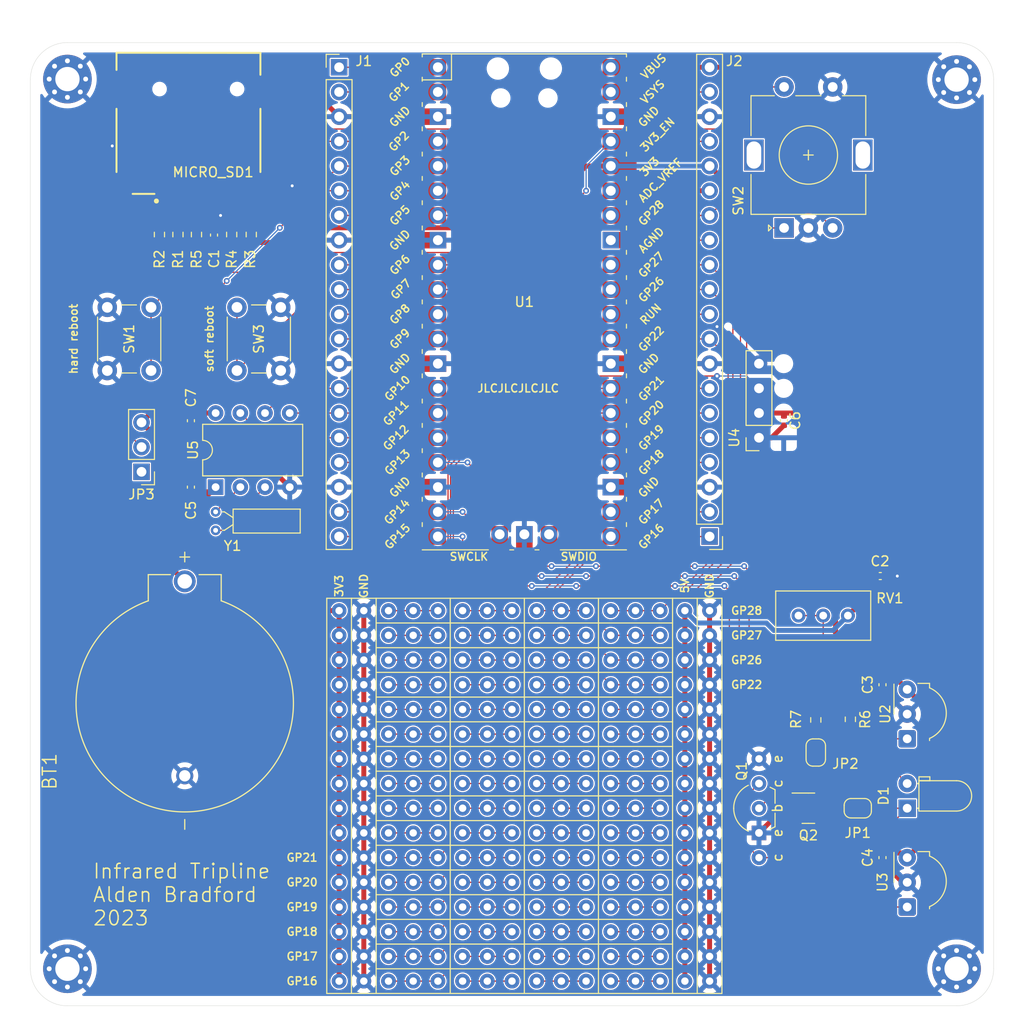
<source format=kicad_pcb>
(kicad_pcb (version 20211014) (generator pcbnew)
  (layers (0 "F.Cu" signal "Front") (1 "In1.Cu" signal) (2 "In2.Cu" signal) (31 "B.Cu" signal "Back") (34 "B.Paste" user) (35 "F.Paste" user) (36 "B.SilkS" user "B.Silkscreen") (37 "F.SilkS" user "F.Silkscreen") (38 "B.Mask" user) (39 "F.Mask" user) (44 "Edge.Cuts" user))
  (net 0 "")
  (net 1 "+3V3")
  (net 2 "GND")
  (net 3 "+5V")
  (net 4 "Net-(BT1-Pad+)")
  (net 5 "Net-(D1-Pad1)")
  (net 6 "Net-(D1-Pad2)")
  (net 7 "RTC_RST")
  (net 8 "RTC_DAT")
  (net 9 "RTC_CLK")
  (net 10 "Net-(J1-Pad7)")
  (net 11 "OLED_SDA")
  (net 12 "OLED_SCL")
  (net 13 "Net-(J1-Pad9)")
  (net 14 "Net-(J1-Pad10)")
  (net 15 "SD_MISO")
  (net 16 "SD_SCK")
  (net 17 "SD_MOSI")
  (net 18 "SD_DET")
  (net 19 "IR_CONTROL")
  (net 20 "IR_DETECT_1")
  (net 21 "IR_DETECT_2")
  (net 22 "C1")
  (net 23 "C2")
  (net 24 "C3")
  (net 25 "C4")
  (net 26 "C5")
  (net 27 "C6")
  (net 28 "Net-(J2-Pad10)")
  (net 29 "M13")
  (net 30 "M14")
  (net 31 "M15")
  (net 32 "M16")
  (net 33 "Net-(J2-Pad15)")
  (net 34 "Net-(J2-Pad17)")
  (net 35 "VSYS")
  (net 36 "Net-(Q2-Pad3)")
  (net 37 "Net-(R7-Pad2)")
  (net 38 "SD_CS")
  (net 39 "Net-(MICRO_SD1-Pad1)")
  (net 40 "Net-(MICRO_SD1-Pad3)")
  (net 41 "Net-(Q2-Pad1)")
  (net 42 "Net-(U5-Pad2)")
  (net 45 "Net-(U5-Pad3)")
  (net 46 "Net-(J3-Pad1F)")
  (net 47 "Net-(J3-Pad1J)")
  (net 48 "Net-(J3-Pad1M)")
  (net 49 "Net-(J3-Pad2F)")
  (net 50 "Net-(J3-Pad2J)")
  (net 51 "Net-(J3-Pad2M)")
  (net 52 "Net-(J3-Pad3F)")
  (net 53 "Net-(J3-Pad3J)")
  (net 54 "Net-(J3-Pad3M)")
  (net 55 "Net-(J3-Pad4F)")
  (net 56 "Net-(J3-Pad4J)")
  (net 57 "Net-(J3-Pad4M)")
  (net 58 "Net-(J3-Pad5F)")
  (net 59 "Net-(J3-Pad5J)")
  (net 60 "Net-(J3-Pad5M)")
  (net 61 "Net-(J3-Pad6F)")
  (net 62 "Net-(J3-Pad6J)")
  (net 63 "Net-(J3-Pad6M)")
  (net 64 "Net-(J3-Pad7C)")
  (net 65 "Net-(J3-Pad7F)")
  (net 66 "Net-(J3-Pad7J)")
  (net 67 "Net-(J3-Pad7M)")
  (net 68 "Net-(J3-Pad8C)")
  (net 69 "Net-(J3-Pad8F)")
  (net 70 "Net-(J3-Pad8J)")
  (net 71 "Net-(J3-Pad8M)")
  (net 72 "Net-(J3-Pad9C)")
  (net 73 "Net-(J3-Pad9F)")
  (net 74 "Net-(J3-Pad9J)")
  (net 75 "Net-(J3-Pad9M)")
  (net 76 "Net-(J3-Pad10C)")
  (net 77 "Net-(J3-Pad10F)")
  (net 78 "Net-(J3-Pad10J)")
  (net 79 "Net-(J3-Pad10M)")
  (net 80 "Net-(J3-Pad11C)")
  (net 81 "Net-(J3-Pad11F)")
  (net 82 "Net-(J3-Pad11J)")
  (net 83 "Net-(J3-Pad11M)")
  (net 84 "Net-(J3-Pad12C)")
  (net 85 "Net-(J3-Pad12F)")
  (net 86 "Net-(J3-Pad12J)")
  (net 87 "Net-(J3-Pad13C)")
  (net 88 "Net-(J3-Pad13F)")
  (net 89 "Net-(J3-Pad13J)")
  (net 90 "Net-(J3-Pad14C)")
  (net 91 "Net-(J3-Pad14F)")
  (net 92 "Net-(J3-Pad14J)")
  (net 93 "Net-(J3-Pad15C)")
  (net 94 "Net-(J3-Pad15F)")
  (net 95 "Net-(J3-Pad15J)")
  (net 96 "Net-(J3-Pad16C)")
  (net 97 "Net-(J3-Pad16F)")
  (net 98 "Net-(J3-Pad16J)")
  (net 99 "Net-(J2-Pad13)")
  (net 100 "Net-(J3-Pad12M)")
  (net 102 "Net-(RV1-Pad2)")
  (footprint "Capacitor_SMD:C_0402_1005Metric" (layer "F.Cu") (at 91.276 70.597492 -90)
    (fp_text reference "C1")
    (fp_text value "0.1uF" hide)
  )
  (footprint "tf01a:TF-01A" (layer "F.Cu") (at 88.646 59.111 180)
    (fp_text reference "MICRO_SD1")
    (fp_text value "TF-01A" hide)
  )
  (footprint "bs-7:BAT_BS-7" (layer "F.Cu") (at 88.265 116.205 90)
    (fp_text reference "BT1")
    (fp_text value "BS-7" hide)
  )
  (footprint "Capacitor_SMD:C_0402_1005Metric" (layer "F.Cu") (at 160.02 134.62 -90)
    (fp_text reference "C4")
    (fp_text value "0.1uF" hide)
  )
  (footprint "Capacitor_SMD:C_0402_1005Metric" (layer "F.Cu") (at 159.794 105.664)
    (fp_text reference "C2")
    (fp_text value "0.1uF" hide)
  )
  (footprint "Resistor_SMD:R_0603_1608Metric" (layer "F.Cu") (at 89.471 70.541 90)
    (fp_text reference "R5")
    (fp_text value "10k" hide)
  )
  (footprint "MountingHole:MountingHole_2.5mm_Pad_Via" (layer "F.Cu") (at 167.64 54.61)
    (fp_text reference "H2" hide)
    (fp_text value "MountingHole_Pad")
  )
  (footprint "MountingHole:MountingHole_2.5mm_Pad_Via" (layer "F.Cu") (at 167.64 146.05)
    (fp_text reference "H4" hide)
    (fp_text value "MountingHole_Pad")
  )
  (footprint "Resistor_SMD:R_0603_1608Metric" (layer "F.Cu") (at 87.566 70.541 90)
    (fp_text reference "R1")
    (fp_text value "10k" hide)
  )
  (footprint "OptoDevice:Vishay_MOLD-3Pin" (layer "F.Cu") (at 162.56 122.4 90)
    (fp_text reference "U2")
    (fp_text value "TSDP341xx" hide)
  )
  (footprint "Capacitor_SMD:C_0402_1005Metric" (layer "F.Cu") (at 88.9 96.52 -90)
    (fp_text reference "C5")
    (fp_text value "0.1uF" hide)
  )
  (footprint "Button_Switch_THT:SW_PUSH_6mm_H4.3mm" (layer "F.Cu") (at 93.635 84.53 90)
    (fp_text reference "SW3")
    (fp_text value "SW_Push" hide)
  )
  (footprint "Connector_PinHeader_2.54mm:PinHeader_1x03_P2.54mm_Vertical" (layer "F.Cu") (at 83.82 94.9425 180)
    (fp_text reference "JP3")
    (fp_text value "Jumper_3_Open" hide)
  )
  (footprint "Connector_PinHeader_2.54mm:PinHeader_1x20_P2.54mm_Vertical" (layer "F.Cu") (at 104.14 53.34)
    (fp_text reference "J1")
    (fp_text value "Conn_01x20_Male" hide)
  )
  (footprint "Library:TO-92-configurable" (layer "F.Cu") (at 147.32 132.08 90)
    (fp_text reference "Q1")
    (fp_text value "ConfigurableNPN")
  )
  (footprint "Capacitor_SMD:C_0402_1005Metric" (layer "F.Cu") (at 88.9 89.69 -90)
    (fp_text reference "C7")
    (fp_text value "0.1uF" hide)
  )
  (footprint "Connector_PinHeader_2.54mm:PinHeader_1x20_P2.54mm_Vertical" (layer "F.Cu") (at 142.24 101.6 180)
    (fp_text reference "J2")
    (fp_text value "Conn_01x20_Male" hide)
  )
  (footprint "MountingHole:MountingHole_2.5mm_Pad_Via" (layer "F.Cu") (at 76.2 146.05)
    (fp_text reference "H3" hide)
    (fp_text value "MountingHole_Pad")
  )
  (footprint "Resistor_SMD:R_0603_1608Metric" (layer "F.Cu") (at 153.162 120.459 -90)
    (fp_text reference "R7")
    (fp_text value "10k" hide)
  )
  (footprint "Crystal:Crystal_C26-LF_D2.1mm_L6.5mm_Horizontal" (layer "F.Cu") (at 91.44 100.96 90)
    (fp_text reference "Y1")
    (fp_text value "32.768kHz" hide)
  )
  (footprint "Library:Prototype Space" (layer "F.Cu") (at 104.14 147.32 90)
    (fp_text reference "J3" hide)
    (fp_text value "Prototype_Space")
  )
  (footprint "Capacitor_SMD:C_0402_1005Metric" (layer "F.Cu") (at 149.888 89.679672 -90)
    (fp_text reference "C6")
    (fp_text value "0.1uF" hide)
  )
  (footprint "Package_TO_SOT_SMD:SOT-23" (layer "F.Cu") (at 152.4 129.54)
    (fp_text reference "Q2")
    (fp_text value "BC807" hide)
  )
  (footprint "ssd1306:SSD1306" (layer "F.Cu") (at 147.32 91.44 90)
    (fp_text reference "U4")
    (fp_text value "OLED_display_module" hide)
  )
  (footprint "Jumper:SolderJumper-2_P1.3mm_Bridged_RoundedPad1.0x1.5mm" (layer "F.Cu") (at 157.48 129.54)
    (fp_text reference "JP1")
    (fp_text value "SolderJumper_2_Bridged")
  )
  (footprint "Package_DIP:DIP-8_W7.62mm" (layer "F.Cu") (at 91.44 96.52 90)
    (fp_text reference "U5")
    (fp_text value "DS1302+" hide)
  )
  (footprint "MountingHole:MountingHole_2.5mm_Pad_Via" (layer "F.Cu") (at 76.2 54.554175)
    (fp_text reference "H1" hide)
    (fp_text value "MountingHole_Pad")
  )
  (footprint "OptoDevice:Vishay_MOLD-3Pin" (layer "F.Cu") (at 162.56 139.7 90)
    (fp_text reference "U3")
    (fp_text value "TSDP341xx" hide)
  )
  (footprint "LED_THT:LED_D3.0mm_Horizontal_O1.27mm_Z6.0mm" (layer "F.Cu") (at 162.56 129.54 90)
    (fp_text reference "D1")
    (fp_text value "LED" hide)
  )
  (footprint "Capacitor_SMD:C_0402_1005Metric" (layer "F.Cu") (at 160.02 116.84 -90)
    (fp_text reference "C3")
    (fp_text value "0.1uF" hide)
  )
  (footprint "RPi_Pico:RPi_Pico_SMD_TH" (layer "F.Cu") (at 123.19 77.47)
    (fp_text reference "U1")
    (fp_text value "Pico" hide)
  )
  (footprint "Resistor_SMD:R_0603_1608Metric" (layer "F.Cu") (at 95.106 70.541 90)
    (fp_text reference "R3")
    (fp_text value "10k" hide)
  )
  (footprint "Jumper:SolderJumper-2_P1.3mm_Bridged_RoundedPad1.0x1.5mm" (layer "F.Cu") (at 153.162 123.81 -90)
    (fp_text reference "JP2")
    (fp_text value "SolderJumper_2_Bridged")
  )
  (footprint "Resistor_SMD:R_0603_1608Metric" (layer "F.Cu") (at 93.091 70.541 90)
    (fp_text reference "R4")
    (fp_text value "10k" hide)
  )
  (footprint "Resistor_SMD:R_0603_1608Metric" (layer "F.Cu") (at 156.718 120.396 -90)
    (fp_text reference "R6")
    (fp_text value "220" hide)
  )
  (footprint "Potentiometer_THT:Potentiometer_Bourns_3296W_Vertical" (layer "F.Cu") (at 156.464 109.728)
    (fp_text reference "RV1")
    (fp_text value "10k" hide)
  )
  (footprint "Rotary_Encoder:RotaryEncoder_Alps_EC11E-Switch_Vertical_H20mm" (layer "F.Cu") (at 149.9 69.865 90)
    (fp_text reference "SW2")
    (fp_text value "RotaryEncoder_Switch" hide)
  )
  (footprint "Resistor_SMD:R_0603_1608Metric" (layer "F.Cu") (at 85.661 70.541 90)
    (fp_text reference "R2")
    (fp_text value "10k" hide)
  )
  (footprint "Button_Switch_THT:SW_PUSH_6mm_H4.3mm" (layer "F.Cu") (at 84.8 78.03 -90)
    (fp_text reference "SW1")
    (fp_text value "SW_Push" hide)
  )
  (gr_line (start 167.64 149.86) (end 76.2 149.86) (layer "Edge.Cuts") (width 0.0381))
  (gr_arc (start 167.64 50.8) (mid 170.334077 51.915923) (end 171.45 54.61) (layer "Edge.Cuts") (width 0.0381))
  (gr_line (start 171.45 54.61) (end 171.45 146.05) (layer "Edge.Cuts") (width 0.0381))
  (gr_line (start 72.39 146.05) (end 72.39 54.61) (layer "Edge.Cuts") (width 0.0381))
  (gr_arc (start 171.45 146.05) (mid 170.334077 148.744077) (end 167.64 149.86) (layer "Edge.Cuts") (width 0.0381))
  (gr_arc (start 76.2 149.86) (mid 73.505923 148.744077) (end 72.39 146.05) (layer "Edge.Cuts") (width 0.0381))
  (gr_line (start 76.2 50.8) (end 167.64 50.8) (layer "Edge.Cuts") (width 0.0381))
  (gr_arc (start 72.39 54.61) (mid 73.505923 51.915923) (end 76.2 50.8) (layer "Edge.Cuts") (width 0.0381))
  (gr_text "soft reboot" (at 90.805 81.28 90) (layer "F.SilkS") (effects (font (size 0.8128 0.8128) (thickness 0.1524))))
  (gr_text "GP18" (at 100.33 142.24) (layer "F.SilkS") (effects (font (size 0.8128 0.8128) (thickness 0.1524))))
  (gr_text "GP26" (at 146.05 114.3) (layer "F.SilkS") (effects (font (size 0.8128 0.8128) (thickness 0.1524))))
  (gr_text "GND" (at 106.68 106.68 90) (layer "F.SilkS") (effects (font (size 0.8128 0.8128) (thickness 0.1524))))
  (gr_text "GND" (at 142.24 106.68 90) (layer "F.SilkS") (effects (font (size 0.8128 0.8128) (thickness 0.1524))))
  (gr_text "GP16" (at 100.33 147.32) (layer "F.SilkS") (effects (font (size 0.8128 0.8128) (thickness 0.1524))))
  (gr_text "GP20" (at 100.33 137.16) (layer "F.SilkS") (effects (font (size 0.8128 0.8128) (thickness 0.1524))))
  (gr_text "Infrared Tripline\nAlden Bradford\n2023" (at 78.74 138.43) (layer "F.SilkS") (effects (font (size 1.5 1.5) (thickness 0.1524)) (justify left)))
  (gr_text "GP28" (at 146.05 109.22) (layer "F.SilkS") (effects (font (size 0.8128 0.8128) (thickness 0.1524))))
  (gr_text "hard reboot" (at 76.835 81.28 90) (layer "F.SilkS") (effects (font (size 0.8128 0.8128) (thickness 0.1524))))
  (gr_text "GP27" (at 146.05 111.76) (layer "F.SilkS") (effects (font (size 0.8128 0.8128) (thickness 0.1524))))
  (gr_text "3V3" (at 104.14 106.68 90) (layer "F.SilkS") (effects (font (size 0.8128 0.8128) (thickness 0.1524))))
  (gr_text "5V" (at 139.7 106.68 90) (layer "F.SilkS") (effects (font (size 0.8128 0.8128) (thickness 0.1524))))
  (gr_text "GP17\n" (at 100.33 144.78) (layer "F.SilkS") (effects (font (size 0.8128 0.8128) (thickness 0.1524))))
  (gr_text "GP22" (at 146.05 116.84) (layer "F.SilkS") (effects (font (size 0.8128 0.8128) (thickness 0.1524))))
  (gr_text "JLCJLCJLCJLC" (at 122.555 86.36) (layer "F.SilkS") (effects (font (size 0.8128 0.8128) (thickness 0.1524))))
  (gr_text "GP19" (at 100.33 139.7) (layer "F.SilkS") (effects (font (size 0.8128 0.8128) (thickness 0.1524))))
  (gr_text "GP21" (at 100.33 134.62) (layer "F.SilkS") (effects (font (size 0.8128 0.8128) (thickness 0.1524))))
  (segment (start 157.48 78.74) (end 157.48 88.9) (width 0.508) (layer "F.Cu") (net 1))
  (segment (start 142.24 63.5) (end 143.51 64.77) (width 0.508) (layer "F.Cu") (net 1))
  (segment (start 82.55 85.09) (end 82.55 74.477) (width 0.508) (layer "F.Cu") (net 1))
  (segment (start 104.14 109.22) (end 90.424 109.22) (width 0.508) (layer "F.Cu") (net 1))
  (segment (start 162.56 117.32) (end 161.6 116.36) (width 0.508) (layer "F.Cu") (net 1))
  (segment (start 89.471 71.366) (end 90.719508 70.117492) (width 0.508) (layer "F.Cu") (net 1))
  (segment (start 82.55 74.477) (end 85.661 71.366) (width 0.508) (layer "F.Cu") (net 1))
  (segment (start 85.661 71.366) (end 89.471 71.366) (width 0.508) (layer "F.Cu") (net 1))
  (segment (start 88.9 97) (end 90.96 97) (width 0.508) (layer "F.Cu") (net 1))
  (segment (start 143.51 64.77) (end 154.305 64.77) (width 0.508) (layer "F.Cu") (net 1))
  (segment (start 100.33 69.85) (end 98.814 71.366) (width 0.508) (layer "F.Cu") (net 1))
  (segment (start 164.592 132.588) (end 164.592 119.352) (width 0.508) (layer "F.Cu") (net 1))
  (segment (start 91.44 96.52) (end 90.424 97.536) (width 0.508) (layer "F.Cu") (net 1))
  (segment (start 90.241 72.136) (end 89.471 71.366) (width 0.508) (layer "F.Cu") (net 1))
  (segment (start 90.805 68.58) (end 90.805 70.032) (width 0.508) (layer "F.Cu") (net 1))
  (segment (start 80.772 103.378) (end 80.772 86.868) (width 0.508) (layer "F.Cu") (net 1))
  (segment (start 154.305 64.77) (end 157.48 67.945) (width 0.508) (layer "F.Cu") (net 1))
  (segment (start 90.719508 70.117492) (end 91.276 70.117492) (width 0.508) (layer "F.Cu") (net 1))
  (segment (start 123.19 69.85) (end 129.54 63.5) (width 0.508) (layer "F.Cu") (net 1))
  (segment (start 86.614 109.22) (end 80.772 103.378) (width 0.508) (layer "F.Cu") (net 1))
  (segment (start 90.805 70.032) (end 90.719508 70.117492) (width 0.508) (layer "F.Cu") (net 1))
  (segment (start 155.194 108.458) (end 157.48 106.172) (width 0.508) (layer "F.Cu") (net 1))
  (segment (start 104.14 147.32) (end 104.14 109.22) (width 0.508) (layer "F.Cu") (net 1))
  (segment (start 90.424 97.536) (end 90.424 109.22) (width 0.508) (layer "F.Cu") (net 1))
  (segment (start 89.7162 67.4912) (end 90.805 68.58) (width 0.508) (layer "F.Cu") (net 1))
  (segment (start 93.091 71.366) (end 92.321 72.136) (width 0.508) (layer "F.Cu") (net 1))
  (segment (start 158.75 113.792) (end 157.48 113.792) (width 0.508) (layer "F.Cu") (net 1))
  (segment (start 164.592 119.352) (end 162.56 117.32) (width 0.508) (layer "F.Cu") (net 1))
  (segment (start 162.56 134.62) (end 164.592 132.588) (width 0.508) (layer "F.Cu") (net 1))
  (segment (start 93.091 71.366) (end 95.106 71.366) (width 0.508) (layer "F.Cu") (net 1))
  (segment (start 157.48 106.172) (end 157.48 88.9) (width 0.508) (layer "F.Cu") (net 1))
  (segment (start 147.32 88.9) (end 157.48 88.9) (width 0.508) (layer "F.Cu") (net 1))
  (segment (start 155.194 111.506) (end 155.194 108.458) (width 0.508) (layer "F.Cu") (net 1))
  (segment (start 162.08 134.14) (end 160.02 134.14) (width 0.508) (layer "F.Cu") (net 1))
  (segment (start 160.02 116.36) (end 160.02 115.062) (width 0.508) (layer "F.Cu") (net 1))
  (segment (start 98.814 71.366) (end 95.106 71.366) (width 0.508) (layer "F.Cu") (net 1))
  (segment (start 161.6 116.36) (end 160.02 116.36) (width 0.508) (layer "F.Cu") (net 1))
  (segment (start 160.02 115.062) (end 158.75 113.792) (width 0.508) (layer "F.Cu") (net 1))
  (segment (start 100.33 69.85) (end 123.19 69.85) (width 0.508) (layer "F.Cu") (net 1))
  (segment (start 157.48 67.945) (end 157.48 75.692) (width 0.508) (layer "F.Cu") (net 1))
  (segment (start 90.96 97) (end 91.44 96.52) (width 0.508) (layer "F.Cu") (net 1))
  (segment (start 89.7162 66.2848) (end 89.7162 67.4912) (width 0.508) (layer "F.Cu") (net 1))
  (segment (start 157.48 78.74) (end 157.48 75.692) (width 0.508) (layer "F.Cu") (net 1))
  (segment (start 162.56 134.62) (end 162.08 134.14) (width 0.508) (layer "F.Cu") (net 1))
  (segment (start 90.424 109.22) (end 86.614 109.22) (width 0.508) (layer "F.Cu") (net 1))
  (segment (start 92.321 72.136) (end 90.241 72.136) (width 0.508) (layer "F.Cu") (net 1))
  (segment (start 80.772 86.868) (end 82.55 85.09) (width 0.508) (layer "F.Cu") (net 1))
  (segment (start 157.48 113.792) (end 155.194 111.506) (width 0.508) (layer "F.Cu") (net 1))
  (segment (start 129.54 63.5) (end 132.08 63.5) (width 0.508) (layer "F.Cu") (net 1))
  (segment (start 132.08 63.5) (end 142.24 63.5) (width 0.508) (layer "B.Cu") (net 1))
  (segment (start 89.38 96.04) (end 90.17 95.25) (width 0.508) (layer "F.Cu") (net 2))
  (segment (start 96.6346 55.811) (end 101.531 55.811) (width 0.508) (layer "F.Cu") (net 2))
  (segment (start 104.14 83.82) (end 114.3 83.82) (width 0.508) (layer "F.Cu") (net 2))
  (segment (start 101.531 55.811) (end 104.14 58.42) (width 0.508) (layer "F.Cu") (net 2))
  (segment (start 91.967 68.599) (end 91.948 68.58) (width 0.508) (layer "F.Cu") (net 2))
  (segment (start 99.293 65.511) (end 99.314 65.532) (width 0.508) (layer "F.Cu") (net 2))
  (segment (start 104.14 71.12) (end 114.3 71.12) (width 0.508) (layer "F.Cu") (net 2))
  (segment (start 162.56 119.86) (end 160.02 117.32) (width 0.508) (layer "F.Cu") (net 2))
  (segment (start 88.9 90.424) (end 88.9 93.98) (width 0.508) (layer "F.Cu") (net 2))
  (segment (start 132.08 58.42) (end 142.24 58.42) (width 0.508) (layer "F.Cu") (net 2))
  (segment (start 162.08 137.16) (end 160.02 135.1) (width 0.508) (layer "F.Cu") (net 2))
  (segment (start 132.08 96.52) (end 142.24 96.52) (width 0.508) (layer "F.Cu") (net 2))
  (segment (start 160.274 105.664) (end 161.544 105.664) (width 0.508) (layer "F.Cu") (net 2))
  (segment (start 91.967 70.473297) (end 91.967 68.599) (width 0.508) (layer "F.Cu") (net 2))
  (segment (start 148.607672 91.44) (end 149.888 90.159672) (width 0.508) (layer "F.Cu") (net 2))
  (segment (start 91.362805 71.077492) (end 91.967 70.473297) (width 0.508) (layer "F.Cu") (net 2))
  (segment (start 142.24 109.22) (end 142.24 147.32) (width 0.508) (layer "F.Cu") (net 2))
  (segment (start 162.56 137.16) (end 162.08 137.16) (width 0.508) (layer "F.Cu") (net 2))
  (segment (start 106.68 147.32) (end 106.68 109.22) (width 0.508) (layer "F.Cu") (net 2))
  (segment (start 80.8098 55.811) (end 80.8098 61.4302) (width 0.508) (layer "F.Cu") (net 2))
  (segment (start 96.6346 65.511) (end 99.293 65.511) (width 0.508) (layer "F.Cu") (net 2))
  (segment (start 97.79 95.25) (end 90.17 95.25) (width 0.508) (layer "F.Cu") (net 2))
  (segment (start 91.9162 68.5482) (end 91.948 68.58) (width 0.508) (layer "F.Cu") (net 2))
  (segment (start 90.17 95.25) (end 88.9 93.98) (width 0.508) (layer "F.Cu") (net 2))
  (segment (start 151.4625 130.49) (end 148.91 130.49) (width 0.508) (layer "F.Cu") (net 2))
  (segment (start 80.8098 64.736) (end 81.5848 65.511) (width 0.508) (layer "F.Cu") (net 2))
  (segment (start 104.14 58.42) (end 114.3 58.42) (width 0.508) (layer "F.Cu") (net 2))
  (segment (start 99.06 96.52) (end 97.79 95.25) (width 0.508) (layer "F.Cu") (net 2))
  (segment (start 147.32 91.44) (end 148.607672 91.44) (width 0.508) (layer "F.Cu") (net 2))
  (segment (start 91.9162 66.2848) (end 91.9162 68.5482) (width 0.508) (layer "F.Cu") (net 2))
  (segment (start 91.276 71.077492) (end 91.362805 71.077492) (width 0.508) (layer "F.Cu") (net 2))
  (segment (start 132.08 83.82) (end 142.24 83.82) (width 0.508) (layer "F.Cu") (net 2))
  (segment (start 104.14 96.52) (end 114.3 96.52) (width 0.508) (layer "F.Cu") (net 2))
  (segment (start 88.9 96.04) (end 89.38 96.04) (width 0.508) (layer "F.Cu") (net 2))
  (segment (start 80.8098 61.4302) (end 80.8098 64.736) (width 0.508) (layer "F.Cu") (net 2))
  (segment (start 148.91 130.49) (end 147.32 132.08) (width 0.508) (layer "F.Cu") (net 2))
  (via (at 161.544 105.664) (size 0.6) (drill 0.3) (layers "F.Cu" "B.Cu") (net 2))
  (via (at 99.314 65.532) (size 0.6) (drill 0.3) (layers "F.Cu" "B.Cu") (net 2))
  (via (at 91.948 68.58) (size 0.6) (drill 0.3) (layers "F.Cu" "B.Cu") (net 2))
  (via (at 80.8098 61.4302) (size 0.6) (drill 0.3) (layers "F.Cu" "B.Cu") (net 2))
  (segment (start 139.7 147.32) (end 139.7 109.22) (width 0.508) (layer "F.Cu") (net 3))
  (segment (start 152.4 60.96) (end 159.258 67.818) (width 0.508) (layer "F.Cu") (net 3))
  (segment (start 132.08 53.34) (end 142.24 53.34) (width 0.508) (layer "F.Cu") (net 3))
  (segment (start 151.13 53.34) (end 152.4 54.61) (width 0.508) (layer "F.Cu") (net 3))
  (segment (start 156.464 109.728) (end 159.258 106.934) (width 0.508) (layer "F.Cu") (net 3))
  (segment (start 159.258 106.934) (end 159.258 67.818) (width 0.508) (layer "F.Cu") (net 3))
  (segment (start 142.24 53.34) (end 151.13 53.34) (width 0.508) (layer "F.Cu") (net 3))
  (segment (start 152.4 54.61) (end 152.4 60.96) (width 0.508) (layer "F.Cu") (net 3))
  (segment (start 154.94 111.252) (end 156.464 109.728) (width 0.508) (layer "B.Cu") (net 3))
  (segment (start 148.082 110.49) (end 148.844 111.252) (width 0.508) (layer "B.Cu") (net 3))
  (segment (start 148.844 111.252) (end 154.94 111.252) (width 0.508) (layer "B.Cu") (net 3))
  (segment (start 139.7 109.22) (end 140.97 110.49) (width 0.508) (layer "B.Cu") (net 3))
  (segment (start 140.97 110.49) (end 148.082 110.49) (width 0.508) (layer "B.Cu") (net 3))
  (segment (start 84.7825 88.9) (end 83.82 89.8625) (width 0.508) (layer "F.Cu") (net 4))
  (segment (start 85.051 102.991) (end 85.051 91.0935) (width 0.508) (layer "F.Cu") (net 4))
  (segment (start 85.051 91.0935) (end 83.82 89.8625) (width 0.508) (layer "F.Cu") (net 4))
  (segment (start 88.265 106.205) (end 85.051 102.991) (width 0.508) (layer "F.Cu") (net 4))
  (segment (start 91.44 88.9) (end 84.7825 88.9) (width 0.508) (layer "F.Cu") (net 4))
  (segment (start 158.13 129.54) (end 162.56 129.54) (width 0.127) (layer "F.Cu") (net 5))
  (segment (start 147.32 134.62) (end 145.796 133.096) (width 0.127) (layer "F.Cu") (net 5))
  (segment (start 145.796 128.524) (end 147.32 127) (width 0.127) (layer "F.Cu") (net 5))
  (segment (start 162.56 129.54) (end 157.48 134.62) (width 0.127) (layer "F.Cu") (net 5))
  (segment (start 157.48 134.62) (end 147.32 134.62) (width 0.127) (layer "F.Cu") (net 5))
  (segment (start 145.796 133.096) (end 145.796 128.524) (width 0.127) (layer "F.Cu") (net 5))
  (segment (start 156.781 121.221) (end 156.718 121.221) (width 0.127) (layer "F.Cu") (net 6))
  (segment (start 156.781 121.221) (end 162.56 127) (width 0.127) (layer "F.Cu") (net 6))
  (segment (start 104.14 88.9) (end 114.3 88.9) (width 0.127) (layer "F.Cu") (net 7))
  (segment (start 99.06 88.9) (end 104.14 88.9) (width 0.127) (layer "F.Cu") (net 7))
  (segment (start 96.52 88.9) (end 99.06 86.36) (width 0.127) (layer "F.Cu") (net 8))
  (segment (start 104.14 86.36) (end 114.3 86.36) (width 0.127) (layer "F.Cu") (net 8))
  (segment (start 99.06 86.36) (end 104.14 86.36) (width 0.127) (layer "F.Cu") (net 8))
  (segment (start 93.98 88.9) (end 96.52 91.44) (width 0.127) (layer "F.Cu") (net 9))
  (segment (start 96.52 91.44) (end 104.14 91.44) (width 0.127) (layer "F.Cu") (net 9))
  (segment (start 104.14 91.44) (end 114.3 91.44) (width 0.127) (layer "F.Cu") (net 9))
  (segment (start 147.835 55.365) (end 143.51 59.69) (width 0.127) (layer "F.Cu") (net 10))
  (segment (start 149.9 55.365) (end 147.835 55.365) (width 0.127) (layer "F.Cu") (net 10))
  (segment (start 130.854902 59.69) (end 121.964902 68.58) (width 0.127) (layer "F.Cu") (net 10))
  (segment (start 104.14 68.58) (end 114.3 68.58) (width 0.127) (layer "F.Cu") (net 10))
  (segment (start 121.964902 68.58) (end 114.3 68.58) (width 0.127) (layer "F.Cu") (net 10))
  (segment (start 143.51 59.69) (end 130.854902 59.69) (width 0.127) (layer "F.Cu") (net 10))
  (segment (start 104.14 78.74) (end 114.3 78.74) (width 0.127) (layer "F.Cu") (net 11))
  (segment (start 115.57 80.01) (end 114.3 78.74) (width 0.127) (layer "F.Cu") (net 11))
  (segment (start 143.002 80.01) (end 115.57 80.01) (width 0.127) (layer "F.Cu") (net 11))
  (via (at 143.002 80.01) (size 0.6) (drill 0.3) (layers "F.Cu" "B.Cu") (net 11))
  (segment (start 143.51 80.01) (end 147.32 83.82) (width 0.127) (layer "B.Cu") (net 11))
  (segment (start 143.002 80.01) (end 143.51 80.01) (width 0.127) (layer "B.Cu") (net 11))
  (segment (start 104.14 81.28) (end 114.3 81.28) (width 0.127) (layer "F.Cu") (net 12))
  (segment (start 143.002 85.09) (end 118.11 85.09) (width 0.127) (layer "F.Cu") (net 12))
  (segment (start 118.11 85.09) (end 114.3 81.28) (width 0.127) (layer "F.Cu") (net 12))
  (via (at 143.002 85.09) (size 0.6) (drill 0.3) (layers "F.Cu" "B.Cu") (net 12))
  (segment (start 146.05 85.09) (end 147.32 86.36) (width 0.127) (layer "B.Cu") (net 12))
  (segment (start 143.002 85.09) (end 146.05 85.09) (width 0.127) (layer "B.Cu") (net 12))
  (segment (start 144.399 68.326) (end 142.875 69.85) (width 0.127) (layer "F.Cu") (net 13))
  (segment (start 127.254 73.66) (end 114.3 73.66) (width 0.127) (layer "F.Cu") (net 13))
  (segment (start 153.361 68.326) (end 144.399 68.326) (width 0.127) (layer "F.Cu") (net 13))
  (segment (start 131.064 69.85) (end 127.254 73.66) (width 0.127) (layer "F.Cu") (net 13))
  (segment (start 104.14 73.66) (end 114.3 73.66) (width 0.127) (layer "F.Cu") (net 13))
  (segment (start 154.9 69.865) (end 153.361 68.326) (width 0.127) (layer "F.Cu") (net 13))
  (segment (start 142.875 69.85) (end 131.064 69.85) (width 0.127) (layer "F.Cu") (net 13))
  (segment (start 104.14 76.2) (end 114.3 76.2) (width 0.127) (layer "F.Cu") (net 14))
  (segment (start 149.9 69.865) (end 145.9715 69.865) (width 0.127) (layer "F.Cu") (net 14))
  (segment (start 143.4465 72.39) (end 145.9715 69.865) (width 0.127) (layer "F.Cu") (net 14))
  (segment (start 114.3 76.2) (end 127 76.2) (width 0.127) (layer "F.Cu") (net 14))
  (segment (start 127 76.2) (end 130.81 72.39) (width 0.127) (layer "F.Cu") (net 14))
  (segment (start 130.81 72.39) (end 143.4465 72.39) (width 0.127) (layer "F.Cu") (net 14))
  (segment (start 104.14 53.34) (end 114.3 53.34) (width 0.127) (layer "F.Cu") (net 15))
  (segment (start 116.84 60.96) (end 116.84 55.88) (width 0.127) (layer "F.Cu") (net 15))
  (segment (start 93.0162 66.2848) (end 93.0162 66.0038) (width 0.127) (layer "F.Cu") (net 15))
  (segment (start 94.885 64.135) (end 100.965 64.135) (width 0.127) (layer "F.Cu") (net 15))
  (segment (start 102.87 62.23) (end 115.57 62.23) (width 0.127) (layer "F.Cu") (net 15))
  (segment (start 93.0162 66.0038) (end 94.885 64.135) (width 0.127) (layer "F.Cu") (net 15))
  (segment (start 93.091 69.716) (end 93.0162 69.6412) (width 0.127) (layer "F.Cu") (net 15))
  (segment (start 116.84 55.88) (end 114.3 53.34) (width 0.127) (layer "F.Cu") (net 15))
  (segment (start 100.965 64.135) (end 102.87 62.23) (width 0.127) (layer "F.Cu") (net 15))
  (segment (start 93.0162 69.6412) (end 93.0162 66.2848) (width 0.127) (layer "F.Cu") (net 15))
  (segment (start 115.57 62.23) (end 116.84 60.96) (width 0.127) (layer "F.Cu") (net 15))
  (segment (start 102.87 60.96) (end 104.14 60.96) (width 0.127) (layer "F.Cu") (net 16))
  (segment (start 92.92 63.881) (end 99.949 63.881) (width 0.127) (layer "F.Cu") (net 16))
  (segment (start 90.8162 65.9848) (end 92.92 63.881) (width 0.127) (layer "F.Cu") (net 16))
  (segment (start 104.14 60.96) (end 114.3 60.96) (width 0.127) (layer "F.Cu") (net 16))
  (segment (start 99.949 63.881) (end 102.87 60.96) (width 0.127) (layer "F.Cu") (net 16))
  (segment (start 90.8162 66.2848) (end 90.8162 65.9848) (width 0.127) (layer "F.Cu") (net 16))
  (segment (start 104.14 63.5) (end 114.3 63.5) (width 0.127) (layer "F.Cu") (net 17))
  (segment (start 95.271 64.495) (end 103.145 64.495) (width 0.127) (layer "F.Cu") (net 17))
  (segment (start 94.1162 68.7262) (end 95.106 69.716) (width 0.127) (layer "F.Cu") (net 17))
  (segment (start 94.1162 66.2848) (end 94.1162 65.6498) (width 0.127) (layer "F.Cu") (net 17))
  (segment (start 103.145 64.495) (end 104.14 63.5) (width 0.127) (layer "F.Cu") (net 17))
  (segment (start 94.1162 65.6498) (end 95.271 64.495) (width 0.127) (layer "F.Cu") (net 17))
  (segment (start 94.1162 66.2848) (end 94.1162 68.7262) (width 0.127) (layer "F.Cu") (net 17))
  (segment (start 99.734 66.89) (end 100.584 66.04) (width 0.127) (layer "F.Cu") (net 18))
  (segment (start 100.584 66.04) (end 104.14 66.04) (width 0.127) (layer "F.Cu") (net 18))
  (segment (start 104.14 66.04) (end 114.3 66.04) (width 0.127) (layer "F.Cu") (net 18))
  (segment (start 95.2162 66.2848) (end 95.8214 66.89) (width 0.127) (layer "F.Cu") (net 18))
  (segment (start 95.8214 66.89) (end 99.734 66.89) (width 0.127) (layer "F.Cu") (net 18))
  (segment (start 118.872 104.14) (end 119.38 104.648) (width 0.127) (layer "F.Cu") (net 19))
  (segment (start 140.716 104.648) (end 130.556 104.648) (width 0.127) (layer "F.Cu") (net 19))
  (segment (start 104.14 93.98) (end 114.3 93.98) (width 0.127) (layer "F.Cu") (net 19))
  (segment (start 146.304 112.776) (end 146.304 105.156) (width 0.127) (layer "F.Cu") (net 19))
  (segment (start 119.38 104.648) (end 125.984 104.648) (width 0.127) (layer "F.Cu") (net 19))
  (segment (start 153.162 119.634) (end 146.304 112.776) (width 0.127) (layer "F.Cu") (net 19))
  (segment (start 117.348 93.98) (end 118.872 95.504) (width 0.127) (layer "F.Cu") (net 19))
  (segment (start 118.872 95.504) (end 118.872 104.14) (width 0.127) (layer "F.Cu") (net 19))
  (segment (start 146.304 105.156) (end 145.796 104.648) (width 0.127) (layer "F.Cu") (net 19))
  (via (at 130.556 104.648) (size 0.6) (drill 0.3) (layers "F.Cu" "B.Cu") (net 19))
  (via (at 125.984 104.648) (size 0.6) (drill 0.3) (layers "F.Cu" "B.Cu") (net 19))
  (via (at 117.348 93.98) (size 0.6) (drill 0.3) (layers "F.Cu" "B.Cu") (net 19))
  (via (at 145.796 104.648) (size 0.6) (drill 0.3) (layers "F.Cu" "B.Cu") (net 19))
  (via (at 140.716 104.648) (size 0.6) (drill 0.3) (layers "F.Cu" "B.Cu") (net 19))
  (segment (start 130.556 104.648) (end 125.984 104.648) (width 0.127) (layer "B.Cu") (net 19))
  (segment (start 145.796 104.648) (end 140.716 104.648) (width 0.127) (layer "B.Cu") (net 19))
  (segment (start 117.348 93.98) (end 114.3 93.98) (width 0.127) (layer "B.Cu") (net 19))
  (segment (start 151.384 120.396) (end 145.288 114.3) (width 0.127) (layer "F.Cu") (net 20))
  (segment (start 162.56 122.4) (end 160.5 122.4) (width 0.127) (layer "F.Cu") (net 20))
  (segment (start 139.7 105.664) (end 129.54 105.664) (width 0.127) (layer "F.Cu") (net 20))
  (segment (start 145.288 114.3) (end 145.288 106.172) (width 0.127) (layer "F.Cu") (net 20))
  (segment (start 117.856 100.076) (end 117.856 104.648) (width 0.127) (layer "F.Cu") (net 20))
  (segment (start 145.288 106.172) (end 144.78 105.664) (width 0.127) (layer "F.Cu") (net 20))
  (segment (start 117.856 104.648) (end 118.872 105.664) (width 0.127) (layer "F.Cu") (net 20))
  (segment (start 160.5 122.4) (end 158.496 120.396) (width 0.127) (layer "F.Cu") (net 20))
  (segment (start 116.84 99.06) (end 117.856 100.076) (width 0.127) (layer "F.Cu") (net 20))
  (segment (start 158.496 120.396) (end 151.384 120.396) (width 0.127) (layer "F.Cu") (net 20))
  (segment (start 104.14 99.06) (end 114.3 99.06) (width 0.127) (layer "F.Cu") (net 20))
  (segment (start 118.872 105.664) (end 124.968 105.664) (width 0.127) (layer "F.Cu") (net 20))
  (via (at 129.54 105.664) (size 0.6) (drill 0.3) (layers "F.Cu" "B.Cu") (net 20))
  (via (at 139.7 105.664) (size 0.6) (drill 0.3) (layers "F.Cu" "B.Cu") (net 20))
  (via (at 144.78 105.664) (size 0.6) (drill 0.3) (layers "F.Cu" "B.Cu") (net 20))
  (via (at 124.968 105.664) (size 0.6) (drill 0.3) (layers "F.Cu" "B.Cu") (net 20))
  (via (at 116.84 99.06) (size 0.6) (drill 0.3) (layers "F.Cu" "B.Cu") (net 20))
  (segment (start 144.78 105.664) (end 139.7 105.664) (width 0.127) (layer "B.Cu") (net 20))
  (segment (start 129.54 105.664) (end 124.968 105.664) (width 0.127) (layer "B.Cu") (net 20))
  (segment (start 116.84 99.06) (end 114.3 99.06) (width 0.127) (layer "B.Cu") (net 20))
  (segment (start 148.844 139.7) (end 144.272 135.128) (width 0.127) (layer "F.Cu") (net 21))
  (segment (start 116.84 101.6) (end 116.84 105.156) (width 0.127) (layer "F.Cu") (net 21))
  (segment (start 116.84 105.156) (end 118.364 106.68) (width 0.127) (layer "F.Cu") (net 21))
  (segment (start 162.56 139.7) (end 148.844 139.7) (width 0.127) (layer "F.Cu") (net 21))
  (segment (start 138.684 106.68) (end 128.524 106.68) (width 0.127) (layer "F.Cu") (net 21))
  (segment (start 144.272 135.128) (end 144.272 107.188) (width 0.127) (layer "F.Cu") (net 21))
  (segment (start 144.272 107.188) (end 143.764 106.68) (width 0.127) (layer "F.Cu") (net 21))
  (segment (start 104.14 101.6) (end 114.3 101.6) (width 0.127) (layer "F.Cu") (net 21))
  (segment (start 118.364 106.68) (end 123.952 106.68) (width 0.127) (layer "F.Cu") (net 21))
  (via (at 143.764 106.68) (size 0.6) (drill 0.3) (layers "F.Cu" "B.Cu") (net 21))
  (via (at 123.952 106.68) (size 0.6) (drill 0.3) (layers "F.Cu" "B.Cu") (net 21))
  (via (at 116.84 101.6) (size 0.6) (drill 0.3) (layers "F.Cu" "B.Cu") (net 21))
  (via (at 138.684 106.68) (size 0.6) (drill 0.3) (layers "F.Cu" "B.Cu") (net 21))
  (via (at 128.524 106.68) (size 0.6) (drill 0.3) (layers "F.Cu" "B.Cu") (net 21))
  (segment (start 143.764 106.68) (end 138.684 106.68) (width 0.127) (layer "B.Cu") (net 21))
  (segment (start 116.84 101.6) (end 114.3 101.6) (width 0.127) (layer "B.Cu") (net 21))
  (segment (start 128.524 106.68) (end 123.952 106.68) (width 0.127) (layer "B.Cu") (net 21))
  (segment (start 124.206 107.95) (end 123.444 108.712) (width 0.127) (layer "F.Cu") (net 22))
  (segment (start 109.22 147.32) (end 114.3 147.32) (width 0.127) (layer "F.Cu") (net 22))
  (segment (start 132.08 101.6) (end 142.24 101.6) (width 0.127) (layer "F.Cu") (net 22))
  (segment (start 123.444 145.19952) (end 122.59352 146.05) (width 0.127) (layer "F.Cu") (net 22))
  (segment (start 122.59352 146.05) (end 115.57 146.05) (width 0.127) (layer "F.Cu") (net 22))
  (segment (start 132.08 101.6) (end 125.73 107.95) (width 0.127) (layer "F.Cu") (net 22))
  (segment (start 125.73 107.95) (end 124.206 107.95) (width 0.127) (layer "F.Cu") (net 22))
  (segment (start 115.57 146.05) (end 114.3 147.32) (width 0.127) (layer "F.Cu") (net 22))
  (segment (start 123.444 108.712) (end 123.444 145.19952) (width 0.127) (layer "F.Cu") (net 22))
  (segment (start 123.952 107.696) (end 123.19 108.458) (width 0.127) (layer "F.Cu") (net 23))
  (segment (start 130.556 100.584) (end 130.556 102.616) (width 0.127) (layer "F.Cu") (net 23))
  (segment (start 122.555 143.51) (end 115.57 143.51) (width 0.127) (layer "F.Cu") (net 23))
  (segment (start 109.22 144.78) (end 114.3 144.78) (width 0.127) (layer "F.Cu") (net 23))
  (segment (start 125.476 107.696) (end 123.952 107.696) (width 0.127) (layer "F.Cu") (net 23))
  (segment (start 130.556 102.616) (end 125.476 107.696) (width 0.127) (layer "F.Cu") (net 23))
  (segment (start 115.57 143.51) (end 114.3 144.78) (width 0.127) (layer "F.Cu") (net 23))
  (segment (start 123.19 142.875) (end 122.555 143.51) (width 0.127) (layer "F.Cu") (net 23))
  (segment (start 123.19 108.458) (end 123.19 142.875) (width 0.127) (layer "F.Cu") (net 23))
  (segment (start 132.08 99.06) (end 130.556 100.584) (width 0.127) (layer "F.Cu") (net 23))
  (segment (start 132.08 99.06) (end 142.24 99.06) (width 0.127) (layer "F.Cu") (net 23))
  (segment (start 122.555 140.97) (end 115.57 140.97) (width 0.127) (layer "F.Cu") (net 24))
  (segment (start 123.698 107.442) (end 122.936 108.204) (width 0.127) (layer "F.Cu") (net 24))
  (segment (start 130.048 102.293672) (end 124.899672 107.442) (width 0.127) (layer "F.Cu") (net 24))
  (segment (start 132.08 93.98) (end 142.24 93.98) (width 0.127) (layer "F.Cu") (net 24))
  (segment (start 109.22 142.24) (end 114.3 142.24) (width 0.127) (layer "F.Cu") (net 24))
  (segment (start 115.57 140.97) (end 114.3 142.24) (width 0.127) (layer "F.Cu") (net 24))
  (segment (start 130.048 96.012) (end 130.048 102.293672) (width 0.127) (layer "F.Cu") (net 24))
  (segment (start 122.936 108.204) (end 122.936 140.589) (width 0.127) (layer "F.Cu") (net 24))
  (segment (start 124.899672 107.442) (end 123.698 107.442) (width 0.127) (layer "F.Cu") (net 24))
  (segment (start 122.936 140.589) (end 122.555 140.97) (width 0.127) (layer "F.Cu") (net 24))
  (segment (start 132.08 93.98) (end 130.048 96.012) (width 0.127) (layer "F.Cu") (net 24))
  (segment (start 115.8875 94.4245) (end 120.396 89.916) (width 0.127) (layer "F.Cu") (net 25))
  (segment (start 109.22 139.7) (end 114.3 139.7) (width 0.127) (layer "F.Cu") (net 25))
  (segment (start 115.8875 138.1125) (end 115.8875 94.4245) (width 0.127) (layer "F.Cu") (net 25))
  (segment (start 130.556 89.916) (end 132.08 91.44) (width 0.127) (layer "F.Cu") (net 25))
  (segment (start 132.08 91.44) (end 142.24 91.44) (width 0.127) (layer "F.Cu") (net 25))
  (segment (start 114.3 139.7) (end 115.8875 138.1125) (width 0.127) (layer "F.Cu") (net 25))
  (segment (start 120.396 89.916) (end 130.556 89.916) (width 0.127) (layer "F.Cu") (net 25))
  (segment (start 115.57 102.68221) (end 115.5945 102.65771) (width 0.127) (layer "F.Cu") (net 26))
  (segment (start 115.5945 94.2095) (end 120.904 88.9) (width 0.127) (layer "F.Cu") (net 26))
  (segment (start 114.3 137.16) (end 115.57 135.89) (width 0.127) (layer "F.Cu") (net 26))
  (segment (start 115.57 135.89) (end 115.57 102.68221) (width 0.127) (layer "F.Cu") (net 26))
  (segment (start 132.08 88.9) (end 142.24 88.9) (width 0.127) (layer "F.Cu") (net 26))
  (segment (start 120.904 88.9) (end 132.08 88.9) (width 0.127) (layer "F.Cu") (net 26))
  (segment (start 114.3 137.16) (end 109.22 137.16) (width 0.127) (layer "F.Cu") (net 26))
  (segment (start 115.5945 102.65771) (end 115.5945 94.2095) (width 0.127) (layer "F.Cu") (net 26))
  (segment (start 115.3405 93.9555) (end 122.936 86.36) (width 0.127) (layer "F.Cu") (net 27))
  (segment (start 132.08 86.36) (end 142.24 86.36) (width 0.127) (layer "F.Cu") (net 27))
  (segment (start 115.2525 133.6675) (end 115.2525 102.6405) (width 0.127) (layer "F.Cu") (net 27))
  (segment (start 114.3 134.62) (end 115.2525 133.6675) (width 0.127) (layer "F.Cu") (net 27))
  (segment (start 122.936 86.36) (end 132.08 86.36) (width 0.127) (layer "F.Cu") (net 27))
  (segment (start 114.3 134.62) (end 109.22 134.62) (width 0.127) (layer "F.Cu") (net 27))
  (segment (start 115.2525 102.6405) (end 115.3405 102.5525) (width 0.127) (layer "F.Cu") (net 27))
  (segment (start 115.3405 102.5525) (end 115.3405 93.9555) (width 0.127) (layer "F.Cu") (net 27))
  (segment (start 132.08 78.74) (end 142.24 78.74) (width 0.127) (layer "F.Cu") (net 28))
  (segment (start 132.08 78.74) (end 130.81 77.47) (width 0.127) (layer "F.Cu") (net 28))
  (segment (start 100.695 77.47) (end 93.635 84.53) (width 0.127) (layer "F.Cu") (net 28))
  (segment (start 130.81 77.47) (end 100.695 77.47) (width 0.127) (layer "F.Cu") (net 28))
  (segment (start 93.635 78.03) (end 93.635 84.53) (width 0.127) (layer "F.Cu") (net 28))
  (segment (start 130.4925 115.2525) (end 130.4925 108.2675) (width 0.127) (layer "F.Cu") (net 29))
  (segment (start 144.145 102.235) (end 144.145 83.185) (width 0.127) (layer "F.Cu") (net 29))
  (segment (start 139.2095 107.1705) (end 144.145 102.235) (width 0.127) (layer "F.Cu") (net 29))
  (segment (start 144.145 83.185) (end 142.24 81.28) (width 0.127) (layer "F.Cu") (net 29))
  (segment (start 132.08 116.84) (end 137.16 116.84) (width 0.127) (layer "F.Cu") (net 29))
  (segment (start 132.08 116.84) (end 130.4925 115.2525) (width 0.127) (layer "F.Cu") (net 29))
  (segment (start 131.5895 107.1705) (end 139.2095 107.1705) (width 0.127) (layer "F.Cu") (net 29))
  (segment (start 130.4925 108.2675) (end 131.5895 107.1705) (width 0.127) (layer "F.Cu") (net 29))
  (segment (start 142.24 81.28) (end 132.08 81.28) (width 0.127) (layer "F.Cu") (net 29))
  (segment (start 132.08 76.2) (end 142.24 76.2) (width 0.127) (layer "F.Cu") (net 30))
  (segment (start 131.69471 107.4245) (end 139.5905 107.4245) (width 0.127) (layer "F.Cu") (net 30))
  (segment (start 132.08 114.3) (end 130.7465 112.9665) (width 0.127) (layer "F.Cu") (net 30))
  (segment (start 130.7465 108.37271) (end 131.69471 107.4245) (width 0.127) (layer "F.Cu") (net 30))
  (segment (start 139.5905 107.4245) (end 144.6355 102.3795) (width 0.127) (layer "F.Cu") (net 30))
  (segment (start 144.6355 78.5955) (end 142.24 76.2) (width 0.127) (layer "F.Cu") (net 30))
  (segment (start 132.08 114.3) (end 137.16 114.3) (width 0.127) (layer "F.Cu") (net 30))
  (segment (start 144.6355 102.3795) (end 144.6355 78.5955) (width 0.127) (layer "F.Cu") (net 30))
  (segment (start 130.7465 112.9665) (end 130.7465 108.37271) (width 0.127) (layer "F.Cu") (net 30))
  (segment (start 145.415 76.835) (end 142.24 73.66) (width 0.127) (layer "F.Cu") (net 31))
  (segment (start 137.16 111.76) (end 132.08 111.76) (width 0.127) (layer "F.Cu") (net 31))
  (segment (start 132.08 111.76) (end 131.0005 110.6805) (width 0.127) (layer "F.Cu") (net 31))
  (segment (start 132.08 73.66) (end 142.24 73.66) (width 0.127) (layer "F.Cu") (net 31))
  (segment (start 145.415 102.489) (end 145.415 76.835) (width 0.127) (layer "F.Cu") (net 31))
  (segment (start 131.0005 110.6805) (end 131.0005 108.47792) (width 0.127) (layer "F.Cu") (net 31))
  (segment (start 131.79992 107.6785) (end 140.2255 107.6785) (width 0.127) (layer "F.Cu") (net 31))
  (segment (start 140.2255 107.6785) (end 145.415 102.489) (width 0.127) (layer "F.Cu") (net 31))
  (segment (start 131.0005 108.47792) (end 131.79992 107.6785) (width 0.127) (layer "F.Cu") (net 31))
  (segment (start 137.16 109.22) (end 138.4475 107.9325) (width 0.127) (layer "F.Cu") (net 32))
  (segment (start 154.94 67.31) (end 143.51 67.31) (width 0.127) (layer "F.Cu") (net 32))
  (segment (start 138.4475 107.9325) (end 140.9875 107.9325) (width 0.127) (layer "F.Cu") (net 32))
  (segment (start 146.05 81.28) (end 156.464 70.866) (width 0.127) (layer "F.Cu") (net 32))
  (segment (start 132.08 68.58) (end 142.24 68.58) (width 0.127) (layer "F.Cu") (net 32))
  (segment (start 146.05 102.87) (end 146.05 81.28) (width 0.127) (layer "F.Cu") (net 32))
  (segment (start 156.464 68.834) (end 154.94 67.31) (width 0.127) (layer "F.Cu") (net 32))
  (segment (start 140.9875 107.9325) (end 146.05 102.87) (width 0.127) (layer "F.Cu") (net 32))
  (segment (start 156.464 70.866) (end 156.464 68.834) (width 0.127) (layer "F.Cu") (net 32))
  (segment (start 143.51 67.31) (end 142.24 68.58) (width 0.127) (layer "F.Cu") (net 32))
  (segment (start 132.08 109.22) (end 137.16 109.22) (width 0.127) (layer "F.Cu") (net 32))
  (segment (start 132.08 66.04) (end 142.24 66.04) (width 0.508) (layer "F.Cu") (net 33))
  (segment (start 123.19 72.39) (end 100.33 72.39) (width 0.127) (layer "F.Cu") (net 34))
  (segment (start 98.298 74.422) (end 88.408 74.422) (width 0.127) (layer "F.Cu") (net 34))
  (segment (start 84.8 84.53) (end 84.8 78.03) (width 0.127) (layer "F.Cu") (net 34))
  (segment (start 129.54 66.04) (end 123.19 72.39) (width 0.127) (layer "F.Cu") (net 34))
  (segment (start 88.408 74.422) (end 84.8 78.03) (width 0.127) (layer "F.Cu") (net 34))
  (segment (start 132.08 60.96) (end 142.24 60.96) (width 0.127) (layer "F.Cu") (net 34))
  (segment (start 100.33 72.39) (end 98.298 74.422) (width 0.127) (layer "F.Cu") (net 34))
  (via (at 129.54 66.04) (size 0.6) (drill 0.3) (layers "F.Cu" "B.Cu") (net 34))
  (segment (start 132.08 60.96) (end 129.54 63.5) (width 0.127) (layer "B.Cu") (net 34))
  (segment (start 129.54 63.5) (end 129.54 66.04) (width 0.127) (layer "B.Cu") (net 34))
  (segment (start 100.584 67.31) (end 122.174 67.31) (width 0.127) (layer "F.Cu") (net 35))
  (segment (start 92.583 75.311) (end 88.9 78.994) (width 0.127) (layer "F.Cu") (net 35))
  (segment (start 100.584 67.31) (end 98.044 69.85) (width 0.127) (layer "F.Cu") (net 35))
  (segment (start 132.08 55.88) (end 124.46 63.5) (width 0.127) (layer "F.Cu") (net 35))
  (segment (start 88.9 78.994) (end 88.9 83.693) (width 0.127) (layer "F.Cu") (net 35))
  (segment (start 82.042 90.6245) (end 83.82 92.4025) (width 0.127) (layer "F.Cu") (net 35))
  (segment (start 132.08 55.88) (end 142.24 55.88) (width 0.127) (layer "F.Cu") (net 35))
  (segment (start 124.46 63.5) (end 124.46 65.024) (width 0.127) (layer "F.Cu") (net 35))
  (segment (start 83.058 87.122) (end 82.042 88.138) (width 0.127) (layer "F.Cu") (net 35))
  (segment (start 82.042 88.138) (end 82.042 90.6245) (width 0.127) (layer "F.Cu") (net 35))
  (segment (start 85.471 87.122) (end 83.058 87.122) (width 0.127) (layer "F.Cu") (net 35))
  (segment (start 124.46 65.024) (end 122.174 67.31) (width 0.127) (layer "F.Cu") (net 35))
  (segment (start 88.9 83.693) (end 85.471 87.122) (width 0.127) (layer "F.Cu") (net 35))
  (via (at 98.044 69.85) (size 0.6) (drill 0.3) (layers "F.Cu" "B.Cu") (net 35))
  (via (at 92.583 75.311) (size 0.6) (drill 0.3) (layers "F.Cu" "B.Cu") (net 35))
  (segment (start 92.583 75.311) (end 98.044 69.85) (width 0.127) (layer "B.Cu") (net 35))
  (segment (start 153.3375 129.54) (end 156.83 129.54) (width 0.127) (layer "F.Cu") (net 36))
  (segment (start 153.162 123.16) (end 153.162 121.284) (width 0.127) (layer "F.Cu") (net 37))
  (segment (start 149.86 122.682) (end 151.258 121.284) (width 0.127) (layer "F.Cu") (net 37))
  (segment (start 147.32 129.54) (end 149.86 127) (width 0.127) (layer "F.Cu") (net 37))
  (segment (start 149.86 127) (end 149.86 122.682) (width 0.127) (layer "F.Cu") (net 37))
  (segment (start 151.258 121.284) (end 153.162 121.284) (width 0.127) (layer "F.Cu") (net 37))
  (segment (start 103.505 59.69) (end 115.658 59.69) (width 0.127) (layer "F.Cu") (net 38))
  (segment (start 116.205 59.143) (end 116.205 57.785) (width 0.127) (layer "F.Cu") (net 38))
  (segment (start 99.695 63.5) (end 103.505 59.69) (width 0.127) (layer "F.Cu") (net 38))
  (segment (start 87.5162 69.6662) (end 87.5162 66.2848) (width 0.127) (layer "F.Cu") (net 38))
  (segment (start 87.566 69.716) (end 87.5162 69.6662) (width 0.127) (layer "F.Cu") (net 38))
  (segment (start 87.5162 66.2848) (end 87.5162 65.5188) (width 0.127) (layer "F.Cu") (net 38))
  (segment (start 89.535 63.5) (end 99.695 63.5) (width 0.127) (layer "F.Cu") (net 38))
  (segment (start 87.5162 65.5188) (end 89.535 63.5) (width 0.127) (layer "F.Cu") (net 38))
  (segment (start 116.205 57.785) (end 114.3 55.88) (width 0.127) (layer "F.Cu") (net 38))
  (segment (start 104.14 55.88) (end 114.3 55.88) (width 0.127) (layer "F.Cu") (net 38))
  (segment (start 115.658 59.69) (end 116.205 59.143) (width 0.127) (layer "F.Cu") (net 38))
  (segment (start 86.4162 68.9608) (end 86.4162 66.2848) (width 0.127) (layer "F.Cu") (net 39))
  (segment (start 85.661 69.716) (end 86.4162 68.9608) (width 0.127) (layer "F.Cu") (net 39))
  (segment (start 89.471 69.716) (end 88.6162 68.8612) (width 0.127) (layer "F.Cu") (net 40))
  (segment (start 88.6162 68.8612) (end 88.6162 66.2848) (width 0.127) (layer "F.Cu") (net 40))
  (segment (start 151.4625 128.59) (end 151.4625 126.1595) (width 0.127) (layer "F.Cu") (net 41))
  (segment (start 151.4625 126.1595) (end 153.162 124.46) (width 0.127) (layer "F.Cu") (net 41))
  (segment (start 91.44 99.06) (end 93.98 96.52) (width 0.127) (layer "F.Cu") (net 42))
  (segment (start 92.08 100.96) (end 91.44 100.96) (width 0.127) (layer "F.Cu") (net 45))
  (segment (start 96.52 96.52) (end 92.08 100.96) (width 0.127) (layer "F.Cu") (net 45))
  (segment (start 116.84 147.32) (end 121.92 147.32) (width 0.127) (layer "F.Cu") (net 46))
  (segment (start 129.54 147.32) (end 124.46 147.32) (width 0.127) (layer "F.Cu") (net 47))
  (segment (start 132.08 147.32) (end 137.16 147.32) (width 0.127) (layer "F.Cu") (net 48))
  (segment (start 121.92 144.78) (end 116.84 144.78) (width 0.127) (layer "F.Cu") (net 49))
  (segment (start 129.54 144.78) (end 124.46 144.78) (width 0.127) (layer "F.Cu") (net 50))
  (segment (start 132.08 144.78) (end 137.16 144.78) (width 0.127) (layer "F.Cu") (net 51))
  (segment (start 121.92 142.24) (end 116.84 142.24) (width 0.127) (layer "F.Cu") (net 52))
  (segment (start 129.54 142.24) (end 124.46 142.24) (width 0.127) (layer "F.Cu") (net 53))
  (segment (start 132.08 142.24) (end 137.16 142.24) (width 0.127) (layer "F.Cu") (net 54))
  (segment (start 121.92 139.7) (end 116.84 139.7) (width 0.127) (layer "F.Cu") (net 55))
  (segment (start 129.54 139.7) (end 124.46 139.7) (width 0.127) (layer "F.Cu") (net 56))
  (segment (start 132.08 139.7) (end 137.16 139.7) (width 0.127) (layer "F.Cu") (net 57))
  (segment (start 121.92 137.16) (end 116.84 137.16) (width 0.127) (layer "F.Cu") (net 58))
  (segment (start 129.54 137.16) (end 124.46 137.16) (width 0.127) (layer "F.Cu") (net 59))
  (segment (start 132.08 137.16) (end 137.16 137.16) (width 0.127) (layer "F.Cu") (net 60))
  (segment (start 121.92 134.62) (end 116.84 134.62) (width 0.127) (layer "F.Cu") (net 61))
  (segment (start 129.54 134.62) (end 124.46 134.62) (width 0.127) (layer "F.Cu") (net 62))
  (segment (start 132.08 134.62) (end 137.16 134.62) (width 0.127) (layer "F.Cu") (net 63))
  (segment (start 114.3 132.08) (end 109.22 132.08) (width 0.127) (layer "F.Cu") (net 64))
  (segment (start 121.92 132.08) (end 116.84 132.08) (width 0.127) (layer "F.Cu") (net 65))
  (segment (start 129.54 132.08) (end 124.46 132.08) (width 0.127) (layer "F.Cu") (net 66))
  (segment (start 132.08 132.08) (end 137.16 132.08) (width 0.127) (layer "F.Cu") (net 67))
  (segment (start 114.3 129.54) (end 109.22 129.54) (width 0.127) (layer "F.Cu") (net 68))
  (segment (start 121.92 129.54) (end 116.84 129.54) (width 0.127) (layer "F.Cu") (net 69))
  (segment (start 129.54 129.54) (end 124.46 129.54) (width 0.127) (layer "F.Cu") (net 70))
  (segment (start 132.08 129.54) (end 137.16 129.54) (width 0.127) (layer "F.Cu") (net 71))
  (segment (start 114.3 127) (end 109.22 127) (width 0.127) (layer "F.Cu") (net 72))
  (segment (start 121.92 127) (end 116.84 127) (width 0.127) (layer "F.Cu") (net 73))
  (segment (start 129.54 127) (end 124.46 127) (width 0.127) (layer "F.Cu") (net 74))
  (segment (start 132.08 127) (end 137.16 127) (width 0.127) (layer "F.Cu") (net 75))
  (segment (start 114.3 124.46) (end 109.22 124.46) (width 0.127) (layer "F.Cu") (net 76))
  (segment (start 121.92 124.46) (end 116.84 124.46) (width 0.127) (layer "F.Cu") (net 77))
  (segment (start 129.54 124.46) (end 124.46 124.46) (width 0.127) (layer "F.Cu") (net 78))
  (segment (start 132.08 124.46) (end 137.16 124.46) (width 0.127) (layer "F.Cu") (net 79))
  (segment (start 114.3 121.92) (end 109.22 121.92) (width 0.127) (layer "F.Cu") (net 80))
  (segment (start 121.92 121.92) (end 116.84 121.92) (width 0.127) (layer "F.Cu") (net 81))
  (segment (start 129.54 121.92) (end 124.46 121.92) (width 0.127) (layer "F.Cu") (net 82))
  (segment (start 137.16 121.92) (end 132.08 121.92) (width 0.127) (layer "F.Cu") (net 83))
  (segment (start 114.3 119.38) (end 109.22 119.38) (width 0.127) (layer "F.Cu") (net 84))
  (segment (start 116.84 119.38) (end 121.92 119.38) (width 0.127) (layer "F.Cu") (net 85))
  (segment (start 129.54 119.38) (end 124.46 119.38) (width 0.127) (layer "F.Cu") (net 86))
  (segment (start 114.3 116.84) (end 109.22 116.84) (width 0.127) (layer "F.Cu") (net 87))
  (segment (start 116.84 116.84) (end 121.92 116.84) (width 0.127) (layer "F.Cu") (net 88))
  (segment (start 129.54 116.84) (end 124.46 116.84) (width 0.127) (layer "F.Cu") (net 89))
  (segment (start 109.22 114.3) (end 114.3 114.3) (width 0.127) (layer "F.Cu") (net 90))
  (segment (start 116.84 114.3) (end 121.92 114.3) (width 0.127) (layer "F.Cu") (net 91))
  (segment (start 129.54 114.3) (end 124.46 114.3) (width 0.127) (layer "F.Cu") (net 92))
  (segment (start 109.22 111.76) (end 114.3 111.76) (width 0.127) (layer "F.Cu") (net 93))
  (segment (start 116.84 111.76) (end 121.92 111.76) (width 0.127) (layer "F.Cu") (net 94))
  (segment (start 129.54 111.76) (end 124.46 111.76) (width 0.127) (layer "F.Cu") (net 95))
  (segment (start 109.22 109.22) (end 114.3 109.22) (width 0.127) (layer "F.Cu") (net 96))
  (segment (start 116.84 109.22) (end 121.92 109.22) (width 0.127) (layer "F.Cu") (net 97))
  (segment (start 129.54 109.22) (end 124.46 109.22) (width 0.127) (layer "F.Cu") (net 98))
  (segment (start 132.08 71.12) (end 142.24 71.12) (width 0.127) (layer "F.Cu") (net 99))
  (segment (start 137.16 119.38) (end 132.08 119.38) (width 0.127) (layer "F.Cu") (net 100))
  (segment (start 153.924 116.777) (end 153.924 109.728) (width 0.127) (layer "F.Cu") (net 102))
  (segment (start 156.718 119.571) (end 153.924 116.777) (width 0.127) (layer "F.Cu") (net 102))
  (segment (start 151.384 109.728) (end 153.924 109.728) (width 0.127) (layer "F.Cu") (net 102))
  (zone (net 2) (net_name "GND") (layer "B.Cu") (connect_pads (clearance 0)) (min_thickness 0.254) (fill yes (thermal_gap 0.508) (thermal_bridge_width 0.508))
    (polygon (pts (xy 170.434 54.61) (xy 170.434 146.304) (xy 167.64 148.844) (xy 76.2 148.844) (xy 73.406 146.05) (xy 73.406 146.05) (xy 73.406 54.61) (xy 76.2 51.816) (xy 167.64 51.816)))
  )
)
</source>
